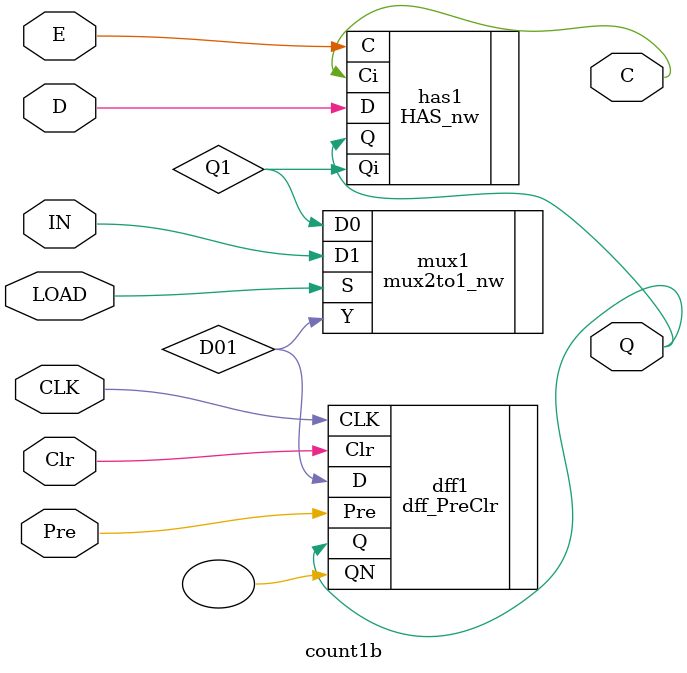
<source format=v>
module count1b(CLK,Pre,Clr,LOAD,E,D,IN,C,Q);
	input CLK,Pre,Clr,LOAD, E, D, IN;
	wire Q1, D01;
	output wire C, Q;
	HAS_nw has1(
					.C(E),
					.D(D),
					.Q(Q),
					.Ci(C),
					.Qi(Q1)
	);
	mux2to1_nw mux1(
					.S(LOAD),
					.D0(Q1),
					.D1(IN),
					.Y(D01)
	);
	dff_PreClr dff1(
					.CLK(CLK),
					.Pre(Pre),
					.Clr(Clr),
					.D(D01),
					.Q(Q),
					.QN()
	);
	endmodule
</source>
